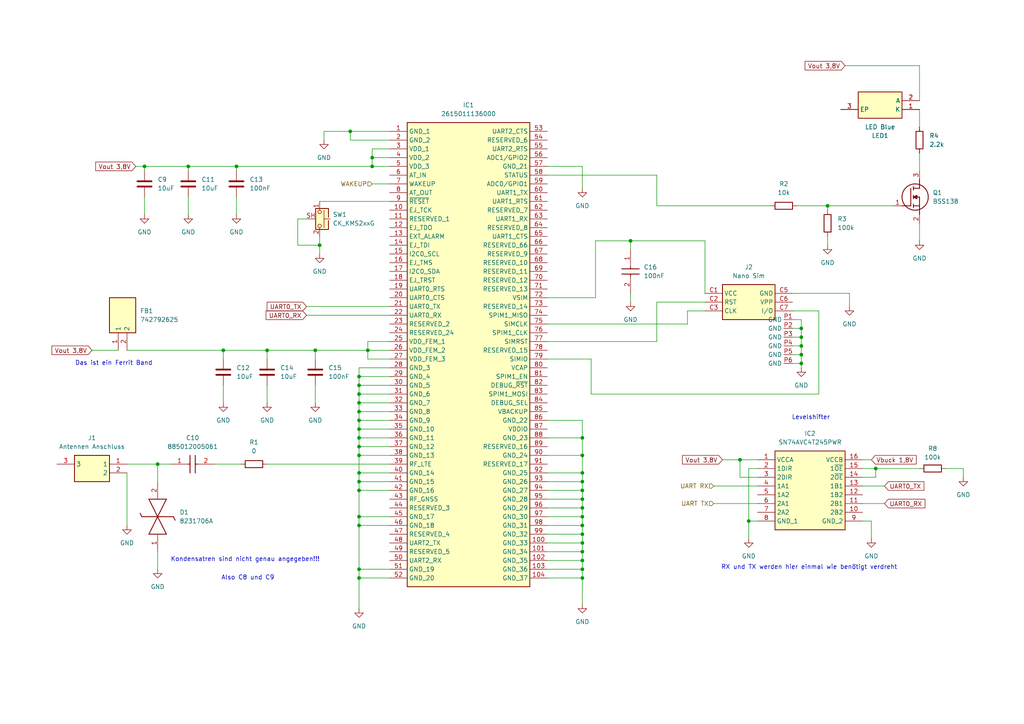
<source format=kicad_sch>
(kicad_sch (version 20231120) (generator "eeschema") (generator_version "8.0")
  (paper "A4")
  (lib_symbols
    (symbol "Bauteile2:742792625"
      (property "Reference" "FB" (at 16.51 7.62 0))
      (property "Value" "742792625" (at 16.51 5.08 0))
      (symbol "742792625_1_1"
        (rectangle (start 5.08 2.54) (end 15.24 -5.08) (stroke (width 0.254)) (fill (type background)))
        (pin passive line (at 0 0 0) (length 5.08) (name "1") (number "1"))
        (pin passive line (at 0 -2.54 0) (length 5.08) (name "2") (number "2"))
      )
    )
    (symbol "Bauteile2:8231706A" (pin_names hide)
      (property "Reference" "D" (at 15.24 8.89 0))
      (property "Value" "8231706A" (at 15.24 6.35 0))
      (symbol "8231706A_1_1"
        (polyline (pts (xy 5.08 2.54) (xy 5.08 -2.54)) (stroke (width 0.254)))
        (polyline (pts (xy 5.08 2.54) (xy 10.16 0)) (stroke (width 0.254)))
        (polyline (pts (xy 10.16 -4.572) (xy 9.144 -5.08)) (stroke (width 0.254)))
        (polyline (pts (xy 10.16 -4.572) (xy 10.16 4.572)) (stroke (width 0.254)))
        (polyline (pts (xy 10.16 0) (xy 5.08 -2.54)) (stroke (width 0.254)))
        (polyline (pts (xy 10.16 0) (xy 15.24 -2.54)) (stroke (width 0.254)))
        (polyline (pts (xy 11.176 5.08) (xy 10.16 4.572)) (stroke (width 0.254)))
        (polyline (pts (xy 15.24 2.54) (xy 10.16 0)) (stroke (width 0.254)))
        (polyline (pts (xy 15.24 2.54) (xy 15.24 -2.54)) (stroke (width 0.254)))
        (pin passive line (at 0 0 0) (length 5.08) (name "K1") (number "1"))
        (pin passive line (at 20.32 0 180) (length 5.08) (name "K2") (number "2"))
      )
    )
    (symbol "Bauteile2:885012005061" (pin_names hide)
      (property "Reference" "C" (at 8.89 6.35 0))
      (property "Value" "885012005061" (at 8.89 3.81 0))
      (symbol "885012005061_1_1"
        (polyline (pts (xy 5.08 0) (xy 5.588 0)) (stroke (width 0.254)))
        (polyline (pts (xy 5.588 2.54) (xy 5.588 -2.54)) (stroke (width 0.254)))
        (polyline (pts (xy 7.112 0) (xy 7.62 0)) (stroke (width 0.254)))
        (polyline (pts (xy 7.112 2.54) (xy 7.112 -2.54)) (stroke (width 0.254)))
        (pin passive line (at 0 0 0) (length 5.08) (name "1") (number "1"))
        (pin passive line (at 12.7 0 180) (length 5.08) (name "2") (number "2"))
      )
    )
    (symbol "Bauteile2:885012205037" (pin_names hide)
      (property "Reference" "C" (at 8.89 6.35 0))
      (property "Value" "885012205037" (at 8.89 3.81 0))
      (symbol "885012205037_1_1"
        (polyline (pts (xy 5.08 0) (xy 5.588 0)) (stroke (width 0.254)))
        (polyline (pts (xy 5.588 2.54) (xy 5.588 -2.54)) (stroke (width 0.254)))
        (polyline (pts (xy 7.112 0) (xy 7.62 0)) (stroke (width 0.254)))
        (polyline (pts (xy 7.112 2.54) (xy 7.112 -2.54)) (stroke (width 0.254)))
        (pin passive line (at 0 0 0) (length 5.08) (name "1") (number "1"))
        (pin passive line (at 12.7 0 180) (length 5.08) (name "2") (number "2"))
      )
    )
    (symbol "Bauteile2:SN74AVC4T245PWR"
      (property "Reference" "IC" (at 26.67 7.62 0))
      (property "Value" "SN74AVC4T245PWR" (at 26.67 5.08 0))
      (symbol "SN74AVC4T245PWR_1_1"
        (rectangle (start 5.08 2.54) (end 25.4 -20.32) (stroke (width 0.254)) (fill (type background)))
        (pin passive line (at 0 0 0) (length 5.08) (name "VCCA") (number "1"))
        (pin passive line (at 30.48 -15.24 180) (length 5.08) (name "2B2") (number "10"))
        (pin passive line (at 30.48 -12.7 180) (length 5.08) (name "2B1") (number "11"))
        (pin passive line (at 30.48 -10.16 180) (length 5.08) (name "1B2") (number "12"))
        (pin passive line (at 30.48 -7.62 180) (length 5.08) (name "1B1") (number "13"))
        (pin passive line (at 30.48 -5.08 180) (length 5.08) (name "2~{OE}") (number "14"))
        (pin passive line (at 30.48 -2.54 180) (length 5.08) (name "1~{OE}") (number "15"))
        (pin passive line (at 30.48 0 180) (length 5.08) (name "VCCB") (number "16"))
        (pin passive line (at 0 -2.54 0) (length 5.08) (name "1DIR") (number "2"))
        (pin passive line (at 0 -5.08 0) (length 5.08) (name "2DIR") (number "3"))
        (pin passive line (at 0 -7.62 0) (length 5.08) (name "1A1") (number "4"))
        (pin passive line (at 0 -10.16 0) (length 5.08) (name "1A2") (number "5"))
        (pin passive line (at 0 -12.7 0) (length 5.08) (name "2A1") (number "6"))
        (pin passive line (at 0 -15.24 0) (length 5.08) (name "2A2") (number "7"))
        (pin passive line (at 0 -17.78 0) (length 5.08) (name "GND_1") (number "8"))
        (pin passive line (at 30.48 -17.78 180) (length 5.08) (name "GND_2") (number "9"))
      )
    )
    (symbol "Bauteile:2615011136000"
      (property "Reference" "IC" (at 41.91 7.62 0))
      (property "Value" "2615011136000" (at 41.91 5.08 0))
      (symbol "2615011136000_1_1"
        (rectangle (start 5.08 2.54) (end 40.64 -132.08) (stroke (width 0.254)) (fill (type background)))
        (pin passive line (at 0 0 0) (length 5.08) (name "GND_1") (number "1"))
        (pin passive line (at 0 -22.86 0) (length 5.08) (name "EJ_TCK") (number "10"))
        (pin passive line (at 45.72 -119.38 180) (length 5.08) (name "GND_33") (number "100"))
        (pin passive line (at 45.72 -121.92 180) (length 5.08) (name "GND_34") (number "101"))
        (pin passive line (at 45.72 -124.46 180) (length 5.08) (name "GND_35") (number "102"))
        (pin passive line (at 45.72 -127 180) (length 5.08) (name "GND_36") (number "103"))
        (pin passive line (at 45.72 -129.54 180) (length 5.08) (name "GND_37") (number "104"))
        (pin passive line (at 0 -25.4 0) (length 5.08) (name "RESERVED_1") (number "11"))
        (pin passive line (at 0 -27.94 0) (length 5.08) (name "EJ_TDO") (number "12"))
        (pin passive line (at 0 -30.48 0) (length 5.08) (name "EXT_ALARM") (number "13"))
        (pin passive line (at 0 -33.02 0) (length 5.08) (name "EJ_TDI") (number "14"))
        (pin passive line (at 0 -35.56 0) (length 5.08) (name "I2C0_SCL") (number "15"))
        (pin passive line (at 0 -38.1 0) (length 5.08) (name "EJ_TMS") (number "16"))
        (pin passive line (at 0 -40.64 0) (length 5.08) (name "I2C0_SDA") (number "17"))
        (pin passive line (at 0 -43.18 0) (length 5.08) (name "EJ_TRST") (number "18"))
        (pin passive line (at 0 -45.72 0) (length 5.08) (name "UART0_RTS") (number "19"))
        (pin passive line (at 0 -2.54 0) (length 5.08) (name "GND_2") (number "2"))
        (pin passive line (at 0 -48.26 0) (length 5.08) (name "UART0_CTS") (number "20"))
        (pin passive line (at 0 -50.8 0) (length 5.08) (name "UART0_TX") (number "21"))
        (pin passive line (at 0 -53.34 0) (length 5.08) (name "UART0_RX") (number "22"))
        (pin passive line (at 0 -55.88 0) (length 5.08) (name "RESERVED_2") (number "23"))
        (pin passive line (at 0 -58.42 0) (length 5.08) (name "RESERVED_24") (number "24"))
        (pin passive line (at 0 -60.96 0) (length 5.08) (name "VDD_FEM_1") (number "25"))
        (pin passive line (at 0 -63.5 0) (length 5.08) (name "VDD_FEM_2") (number "26"))
        (pin passive line (at 0 -66.04 0) (length 5.08) (name "VDD_FEM_3") (number "27"))
        (pin passive line (at 0 -68.58 0) (length 5.08) (name "GND_3") (number "28"))
        (pin passive line (at 0 -71.12 0) (length 5.08) (name "GND_4") (number "29"))
        (pin passive line (at 0 -5.08 0) (length 5.08) (name "VDD_1") (number "3"))
        (pin passive line (at 0 -73.66 0) (length 5.08) (name "GND_5") (number "30"))
        (pin passive line (at 0 -76.2 0) (length 5.08) (name "GND_6") (number "31"))
        (pin passive line (at 0 -78.74 0) (length 5.08) (name "GND_7") (number "32"))
        (pin passive line (at 0 -81.28 0) (length 5.08) (name "GND_8") (number "33"))
        (pin passive line (at 0 -83.82 0) (length 5.08) (name "GND_9") (number "34"))
        (pin passive line (at 0 -86.36 0) (length 5.08) (name "GND_10") (number "35"))
        (pin passive line (at 0 -88.9 0) (length 5.08) (name "GND_11") (number "36"))
        (pin passive line (at 0 -91.44 0) (length 5.08) (name "GND_12") (number "37"))
        (pin passive line (at 0 -93.98 0) (length 5.08) (name "GND_13") (number "38"))
        (pin passive line (at 0 -96.52 0) (length 5.08) (name "RF_LTE") (number "39"))
        (pin passive line (at 0 -7.62 0) (length 5.08) (name "VDD_2") (number "4"))
        (pin passive line (at 0 -99.06 0) (length 5.08) (name "GND_14") (number "40"))
        (pin passive line (at 0 -101.6 0) (length 5.08) (name "GND_15") (number "41"))
        (pin passive line (at 0 -104.14 0) (length 5.08) (name "GND_16") (number "42"))
        (pin passive line (at 0 -106.68 0) (length 5.08) (name "RF_GNSS") (number "43"))
        (pin passive line (at 0 -109.22 0) (length 5.08) (name "RESERVED_3") (number "44"))
        (pin passive line (at 0 -111.76 0) (length 5.08) (name "GND_17") (number "45"))
        (pin passive line (at 0 -114.3 0) (length 5.08) (name "GND_18") (number "46"))
        (pin passive line (at 0 -116.84 0) (length 5.08) (name "RESERVED_4") (number "47"))
        (pin passive line (at 0 -119.38 0) (length 5.08) (name "UART2_TX") (number "48"))
        (pin passive line (at 0 -121.92 0) (length 5.08) (name "RESERVED_5") (number "49"))
        (pin passive line (at 0 -10.16 0) (length 5.08) (name "VDD_3") (number "5"))
        (pin passive line (at 0 -124.46 0) (length 5.08) (name "UART2_RX") (number "50"))
        (pin passive line (at 0 -127 0) (length 5.08) (name "GND_19") (number "51"))
        (pin passive line (at 0 -129.54 0) (length 5.08) (name "GND_20") (number "52"))
        (pin passive line (at 45.72 0 180) (length 5.08) (name "UART2_CTS") (number "53"))
        (pin passive line (at 45.72 -2.54 180) (length 5.08) (name "RESERVED_6") (number "54"))
        (pin passive line (at 45.72 -5.08 180) (length 5.08) (name "UART2_RTS") (number "55"))
        (pin passive line (at 45.72 -7.62 180) (length 5.08) (name "ADC1/GPIO2") (number "56"))
        (pin passive line (at 45.72 -10.16 180) (length 5.08) (name "GND_21") (number "57"))
        (pin passive line (at 45.72 -12.7 180) (length 5.08) (name "STATUS") (number "58"))
        (pin passive line (at 45.72 -15.24 180) (length 5.08) (name "ADC0/GPIO1") (number "59"))
        (pin passive line (at 0 -12.7 0) (length 5.08) (name "AT_IN") (number "6"))
        (pin passive line (at 45.72 -17.78 180) (length 5.08) (name "UART1_TX") (number "60"))
        (pin passive line (at 45.72 -20.32 180) (length 5.08) (name "UART1_RTS") (number "61"))
        (pin passive line (at 45.72 -22.86 180) (length 5.08) (name "RESERVED_7") (number "62"))
        (pin passive line (at 45.72 -25.4 180) (length 5.08) (name "UART1_RX") (number "63"))
        (pin passive line (at 45.72 -27.94 180) (length 5.08) (name "RESERVED_8") (number "64"))
        (pin passive line (at 45.72 -30.48 180) (length 5.08) (name "UART1_CTS") (number "65"))
        (pin passive line (at 45.72 -33.02 180) (length 5.08) (name "RESERVED_66") (number "66"))
        (pin passive line (at 45.72 -35.56 180) (length 5.08) (name "RESERVED_9") (number "67"))
        (pin passive line (at 45.72 -38.1 180) (length 5.08) (name "RESERVED_10") (number "68"))
        (pin passive line (at 45.72 -40.64 180) (length 5.08) (name "RESERVED_11") (number "69"))
        (pin passive line (at 0 -15.24 0) (length 5.08) (name "WAKEUP") (number "7"))
        (pin passive line (at 45.72 -43.18 180) (length 5.08) (name "RESERVED_12") (number "70"))
        (pin passive line (at 45.72 -45.72 180) (length 5.08) (name "RESERVED_13") (number "71"))
        (pin passive line (at 45.72 -48.26 180) (length 5.08) (name "VSIM") (number "72"))
        (pin passive line (at 45.72 -50.8 180) (length 5.08) (name "RESERVED_14") (number "73"))
        (pin passive line (at 45.72 -53.34 180) (length 5.08) (name "SPIM1_MISO") (number "74"))
        (pin passive line (at 45.72 -55.88 180) (length 5.08) (name "SIMCLK") (number "75"))
        (pin passive line (at 45.72 -58.42 180) (length 5.08) (name "SPIM1_CLK") (number "76"))
        (pin passive line (at 45.72 -60.96 180) (length 5.08) (name "SIMRST") (number "77"))
        (pin passive line (at 45.72 -63.5 180) (length 5.08) (name "RESERVED_15") (number "78"))
        (pin passive line (at 45.72 -66.04 180) (length 5.08) (name "SIMIO") (number "79"))
        (pin passive line (at 0 -17.78 0) (length 5.08) (name "AT_OUT") (number "8"))
        (pin passive line (at 45.72 -68.58 180) (length 5.08) (name "VCAP") (number "80"))
        (pin passive line (at 45.72 -71.12 180) (length 5.08) (name "SPIM1_EN") (number "81"))
        (pin passive line (at 45.72 -73.66 180) (length 5.08) (name "DEBUG_~{RST}") (number "82"))
        (pin passive line (at 45.72 -76.2 180) (length 5.08) (name "SPIM1_MOSI") (number "83"))
        (pin passive line (at 45.72 -78.74 180) (length 5.08) (name "DEBUG_SEL") (number "84"))
        (pin passive line (at 45.72 -81.28 180) (length 5.08) (name "VBACKUP") (number "85"))
        (pin passive line (at 45.72 -83.82 180) (length 5.08) (name "GND_22") (number "86"))
        (pin passive line (at 45.72 -86.36 180) (length 5.08) (name "VDDIO") (number "87"))
        (pin passive line (at 45.72 -88.9 180) (length 5.08) (name "GND_23") (number "88"))
        (pin passive line (at 45.72 -91.44 180) (length 5.08) (name "RESERVED_16") (number "89"))
        (pin passive line (at 0 -20.32 0) (length 5.08) (name "~{RESET}") (number "9"))
        (pin passive line (at 45.72 -93.98 180) (length 5.08) (name "GND_24") (number "90"))
        (pin passive line (at 45.72 -96.52 180) (length 5.08) (name "RESERVED_17") (number "91"))
        (pin passive line (at 45.72 -99.06 180) (length 5.08) (name "GND_25") (number "92"))
        (pin passive line (at 45.72 -101.6 180) (length 5.08) (name "GND_26") (number "93"))
        (pin passive line (at 45.72 -104.14 180) (length 5.08) (name "GND_27") (number "94"))
        (pin passive line (at 45.72 -106.68 180) (length 5.08) (name "GND_28") (number "95"))
        (pin passive line (at 45.72 -109.22 180) (length 5.08) (name "GND_29") (number "96"))
        (pin passive line (at 45.72 -111.76 180) (length 5.08) (name "GND_30") (number "97"))
        (pin passive line (at 45.72 -114.3 180) (length 5.08) (name "GND_31") (number "98"))
        (pin passive line (at 45.72 -116.84 180) (length 5.08) (name "GND_32") (number "99"))
      )
    )
    (symbol "Bauteile:Antennen Anschluss"
      (property "Reference" "J" (at 16.51 7.62 0))
      (property "Value" "Antennen Anschluss" (at 16.51 5.08 0))
      (symbol "Antennen Anschluss_1_1"
        (rectangle (start 5.08 2.54) (end 15.24 -5.08) (stroke (width 0.254)) (fill (type background)))
        (pin passive line (at 20.32 0 180) (length 5.08) (name "1") (number "1"))
        (pin passive line (at 20.32 -2.54 180) (length 5.08) (name "2") (number "2"))
        (pin passive line (at 0 0 0) (length 5.08) (name "3") (number "3"))
      )
    )
    (symbol "Bauteile:BSS138" (pin_names hide)
      (property "Reference" "Q" (at 11.43 3.81 0))
      (property "Value" "BSS138" (at 11.43 1.27 0))
      (symbol "BSS138_1_1"
        (polyline (pts (xy 2.54 0) (xy 5.08 0)) (stroke (width 0.254)))
        (polyline (pts (xy 5.08 5.08) (xy 5.08 0)) (stroke (width 0.254)))
        (polyline (pts (xy 5.842 -0.508) (xy 5.842 0.508)) (stroke (width 0.254)))
        (polyline (pts (xy 5.842 0) (xy 7.62 0)) (stroke (width 0.254)))
        (polyline (pts (xy 5.842 2.032) (xy 5.842 3.048)) (stroke (width 0.254)))
        (polyline (pts (xy 5.842 5.588) (xy 5.842 4.572)) (stroke (width 0.254)))
        (polyline (pts (xy 7.62 2.54) (xy 5.842 2.54)) (stroke (width 0.254)))
        (polyline (pts (xy 7.62 2.54) (xy 7.62 -2.54)) (stroke (width 0.254)))
        (polyline (pts (xy 7.62 5.08) (xy 5.842 5.08)) (stroke (width 0.254)))
        (polyline (pts (xy 7.62 5.08) (xy 7.62 7.62)) (stroke (width 0.254)))
        (polyline (pts (xy 5.842 2.54) (xy 6.858 3.048) (xy 6.858 2.032) (xy 5.842 2.54)) (stroke (width 0.254)) (fill (type outline)))
        (circle (center 6.35 2.54) (radius 3.81) (stroke (width 0.254)))
        (pin passive line (at 0 0 0) (length 2.54) (name "G") (number "1"))
        (pin passive line (at 7.62 -5.08 90) (length 2.54) (name "S") (number "2"))
        (pin passive line (at 7.62 10.16 270) (length 2.54) (name "D") (number "3"))
      )
    )
    (symbol "Bauteile:LED Blue"
      (property "Reference" "LED" (at 19.05 7.62 0))
      (property "Value" "LED Blue" (at 19.05 5.08 0))
      (symbol "LED Blue_1_1"
        (rectangle (start 5.08 2.54) (end 17.78 -5.08) (stroke (width 0.254)) (fill (type background)))
        (pin passive line (at 22.86 0 180) (length 5.08) (name "K") (number "1"))
        (pin passive line (at 22.86 -2.54 180) (length 5.08) (name "A") (number "2"))
        (pin passive line (at 0 0 0) (length 5.08) (name "EP") (number "3"))
      )
    )
    (symbol "Bauteile:Nano Sim"
      (property "Reference" "J2" (at 12.7 7.62 0))
      (property "Value" "Nano Sim" (at 12.7 5.08 0))
      (symbol "Nano Sim_1_0"
        (pin passive line (at 25.4 -7.62 180) (length 2.54) (name "GND") (number "P1"))
        (pin passive line (at 25.4 -10.16 180) (length 2.54) (name "GND") (number "P2"))
        (pin passive line (at 25.4 -12.7 180) (length 2.54) (name "GND") (number "P3"))
        (pin passive line (at 25.4 -15.24 180) (length 2.54) (name "GND") (number "P4"))
        (pin passive line (at 25.4 -17.78 180) (length 2.54) (name "GND") (number "P5"))
        (pin passive line (at 25.4 -20.32 180) (length 2.54) (name "GND") (number "P6"))
      )
      (symbol "Nano Sim_1_1"
        (rectangle (start 5.08 2.54) (end 20.32 -7.62) (stroke (width 0.254)) (fill (type background)))
        (pin passive line (at 0 0 0) (length 5.08) (name "VCC") (number "C1"))
        (pin passive line (at 0 -2.54 0) (length 5.08) (name "RST") (number "C2"))
        (pin passive line (at 0 -5.08 0) (length 5.08) (name "CLK") (number "C3"))
        (pin passive line (at 25.4 0 180) (length 5.08) (name "GND") (number "C5"))
        (pin passive line (at 25.4 -2.54 180) (length 5.08) (name "VPP") (number "C6"))
        (pin passive line (at 25.4 -5.08 180) (length 5.08) (name "I/O") (number "C7"))
      )
    )
    (symbol "Device:C" (pin_numbers hide) (pin_names (offset 0.254))
      (property "Reference" "C" (at 0.635 2.54 0))
      (property "Value" "C" (at 0.635 -2.54 0))
      (symbol "C_0_1"
        (polyline (pts (xy -2.032 -0.762) (xy 2.032 -0.762)) (stroke (width 0.508)))
        (polyline (pts (xy -2.032 0.762) (xy 2.032 0.762)) (stroke (width 0.508)))
      )
      (symbol "C_1_1"
        (pin passive line (at 0 3.81 270) (length 2.794) (name "~") (number "1"))
        (pin passive line (at 0 -3.81 90) (length 2.794) (name "~") (number "2"))
      )
    )
    (symbol "Device:R" (pin_numbers hide) (pin_names (offset 0))
      (property "Reference" "R" (at 2.032 0 90))
      (property "Value" "R" (at 0 0 90))
      (symbol "R_0_1"
        (rectangle (start -1.016 -2.54) (end 1.016 2.54) (stroke (width 0.254)))
      )
      (symbol "R_1_1"
        (pin passive line (at 0 3.81 270) (length 1.27) (name "~") (number "1"))
        (pin passive line (at 0 -3.81 90) (length 1.27) (name "~") (number "2"))
      )
    )
    (symbol "GND_1" (power) (pin_numbers hide) (pin_names (offset 0) hide)
      (property "Value" "GND" (at 0 -3.81 0))
      (symbol "GND_1_0_1"
        (polyline (pts (xy 0 0) (xy 0 -1.27) (xy 1.27 -1.27) (xy 0 -2.54) (xy -1.27 -1.27) (xy 0 -1.27)))
      )
      (symbol "GND_1_1_1"
        (pin power_in line (at 0 0 270) (length 0) (name "~") (number "1"))
      )
    )
    (symbol "GND_2" (power) (pin_numbers hide) (pin_names (offset 0) hide)
      (property "Value" "GND" (at 0 -3.81 0))
      (symbol "GND_2_0_1"
        (polyline (pts (xy 0 0) (xy 0 -1.27) (xy 1.27 -1.27) (xy 0 -2.54) (xy -1.27 -1.27) (xy 0 -1.27)))
      )
      (symbol "GND_2_1_1"
        (pin power_in line (at 0 0 270) (length 0) (name "~") (number "1"))
      )
    )
    (symbol "Switch:CK_KMS2xxG" (pin_names (offset 1.016) hide)
      (property "Reference" "SW" (at 4.318 2.032 0))
      (property "Value" "CK_KMS2xxG" (at 0 4.572 0))
      (symbol "CK_KMS2xxG_0_1"
        (circle (center -2.032 0) (radius 0.508))
        (polyline (pts (xy 0 1.27) (xy 0 3.048)))
        (polyline (pts (xy 2.54 1.27) (xy -2.54 1.27)))
        (polyline (pts (xy 0.508 2.54) (xy 3.048 2.54) (xy 3.048 -1.143) (xy -3.048 -1.143) (xy -3.048 2.54) (xy -0.508 2.54)) (stroke (width -0.0254)))
        (polyline (pts (xy 0.508 2.54) (xy 3.048 2.54) (xy 3.048 -1.143) (xy -3.048 -1.143) (xy -3.048 2.54) (xy -0.508 2.54)) (stroke (width 0.254)))
        (circle (center 2.032 0) (radius 0.508))
        (pin passive line (at -5.08 0 0) (length 2.54) (name "1") (number "1"))
        (pin passive line (at 5.08 0 180) (length 2.54) (name "2") (number "2"))
      )
      (symbol "CK_KMS2xxG_1_1"
        (rectangle (start -3.048 2.54) (end 3.048 -1.27) (stroke (width -0.0254)) (fill (type background)))
        (pin passive line (at 0 -3.81 90) (length 2.54) (name "B") (number "SH"))
      )
    )
    (symbol "power:GND" (power) (pin_names (offset 0))
      (property "Value" "GND" (at 0 -3.81 0))
      (symbol "GND_0_1"
        (polyline (pts (xy 0 0) (xy 0 -1.27) (xy 1.27 -1.27) (xy 0 -2.54) (xy -1.27 -1.27) (xy 0 -1.27)))
      )
      (symbol "GND_1_1"
        (pin power_in line (at 0 0 270) (length 0) hide (name "GND") (number "1"))
      )
    )
  )
  (junction (at 168.91 147.32))
  (junction (at 104.14 132.08))
  (junction (at 104.14 119.38))
  (junction (at 168.91 154.94))
  (junction (at 106.68 101.6))
  (junction (at 104.14 116.84))
  (junction (at 168.91 165.1))
  (junction (at 168.91 162.56))
  (junction (at 232.41 100.33))
  (junction (at 168.91 137.16))
  (junction (at 104.14 121.92))
  (junction (at 104.14 109.22))
  (junction (at 91.44 101.6))
  (junction (at 45.72 134.62))
  (junction (at 232.41 105.41))
  (junction (at 104.14 111.76))
  (junction (at 64.77 101.6))
  (junction (at 168.91 157.48))
  (junction (at 232.41 95.25))
  (junction (at 168.91 127))
  (junction (at 104.14 165.1))
  (junction (at 217.17 151.13))
  (junction (at 92.71 71.12))
  (junction (at 68.58 48.26))
  (junction (at 168.91 142.24))
  (junction (at 54.61 48.26))
  (junction (at 104.14 149.86))
  (junction (at 104.14 167.64))
  (junction (at 104.14 139.7))
  (junction (at 168.91 149.86))
  (junction (at 104.14 124.46))
  (junction (at 168.91 139.7))
  (junction (at 168.91 132.08))
  (junction (at 168.91 167.64))
  (junction (at 104.14 127))
  (junction (at 104.14 114.3))
  (junction (at 232.41 102.87))
  (junction (at 168.91 160.02))
  (junction (at 101.6 38.1))
  (junction (at 168.91 144.78))
  (junction (at 107.95 45.72))
  (junction (at 104.14 129.54))
  (junction (at 182.88 69.85))
  (junction (at 168.91 152.4))
  (junction (at 104.14 137.16))
  (junction (at 41.91 48.26))
  (junction (at 104.14 152.4))
  (junction (at 77.47 101.6))
  (junction (at 104.14 142.24))
  (junction (at 254 135.89))
  (junction (at 232.41 97.79))
  (junction (at 214.63 133.35))
  (junction (at 107.95 48.26))
  (junction (at 240.03 59.69))
  (wire (pts (xy 104.14 132.08) (xy 104.14 137.16)))
  (wire (pts (xy 104.14 129.54) (xy 104.14 132.08)))
  (wire (pts (xy 217.17 151.13) (xy 217.17 156.21)))
  (wire (pts (xy 214.63 138.43) (xy 214.63 133.35)))
  (wire (pts (xy 237.49 90.17) (xy 229.87 90.17)))
  (wire (pts (xy 104.14 109.22) (xy 104.14 111.76)))
  (wire (pts (xy 171.45 104.14) (xy 171.45 114.3)))
  (wire (pts (xy 168.91 127) (xy 168.91 132.08)))
  (wire (pts (xy 232.41 92.71) (xy 232.41 95.25)))
  (wire (pts (xy 88.9 88.9) (xy 113.03 88.9)))
  (wire (pts (xy 172.72 69.85) (xy 182.88 69.85)))
  (wire (pts (xy 107.95 48.26) (xy 113.03 48.26)))
  (wire (pts (xy 266.7 64.77) (xy 266.7 69.85)))
  (wire (pts (xy 77.47 101.6) (xy 77.47 104.14)))
  (wire (pts (xy 113.03 129.54) (xy 104.14 129.54)))
  (wire (pts (xy 104.14 124.46) (xy 104.14 127)))
  (wire (pts (xy 77.47 134.62) (xy 113.03 134.62)))
  (wire (pts (xy 64.77 101.6) (xy 64.77 104.14)))
  (wire (pts (xy 158.75 99.06) (xy 190.5 99.06)))
  (wire (pts (xy 217.17 135.89) (xy 217.17 151.13)))
  (wire (pts (xy 113.03 38.1) (xy 101.6 38.1)))
  (wire (pts (xy 250.19 140.97) (xy 256.54 140.97)))
  (wire (pts (xy 199.39 90.17) (xy 204.47 90.17)))
  (wire (pts (xy 254 135.89) (xy 266.7 135.89)))
  (wire (pts (xy 229.87 105.41) (xy 232.41 105.41)))
  (wire (pts (xy 64.77 111.76) (xy 64.77 116.84)))
  (wire (pts (xy 168.91 152.4) (xy 168.91 154.94)))
  (wire (pts (xy 158.75 157.48) (xy 168.91 157.48)))
  (wire (pts (xy 41.91 48.26) (xy 41.91 49.53)))
  (wire (pts (xy 172.72 86.36) (xy 172.72 69.85)))
  (wire (pts (xy 113.03 116.84) (xy 104.14 116.84)))
  (wire (pts (xy 229.87 95.25) (xy 232.41 95.25)))
  (wire (pts (xy 237.49 114.3) (xy 237.49 90.17)))
  (wire (pts (xy 106.68 99.06) (xy 106.68 101.6)))
  (wire (pts (xy 229.87 97.79) (xy 232.41 97.79)))
  (wire (pts (xy 240.03 59.69) (xy 240.03 60.96)))
  (wire (pts (xy 107.95 43.18) (xy 107.95 45.72)))
  (wire (pts (xy 231.14 59.69) (xy 240.03 59.69)))
  (wire (pts (xy 68.58 49.53) (xy 68.58 48.26)))
  (wire (pts (xy 45.72 134.62) (xy 45.72 139.7)))
  (wire (pts (xy 232.41 102.87) (xy 232.41 105.41)))
  (wire (pts (xy 113.03 167.64) (xy 104.14 167.64)))
  (wire (pts (xy 92.71 71.12) (xy 92.71 73.66)))
  (wire (pts (xy 113.03 111.76) (xy 104.14 111.76)))
  (wire (pts (xy 240.03 59.69) (xy 259.08 59.69)))
  (wire (pts (xy 266.7 29.21) (xy 266.7 19.05)))
  (wire (pts (xy 229.87 100.33) (xy 232.41 100.33)))
  (wire (pts (xy 64.77 101.6) (xy 77.47 101.6)))
  (wire (pts (xy 158.75 121.92) (xy 168.91 121.92)))
  (wire (pts (xy 107.95 45.72) (xy 113.03 45.72)))
  (wire (pts (xy 168.91 165.1) (xy 168.91 167.64)))
  (wire (pts (xy 104.14 119.38) (xy 104.14 121.92)))
  (wire (pts (xy 168.91 139.7) (xy 168.91 142.24)))
  (wire (pts (xy 54.61 48.26) (xy 68.58 48.26)))
  (wire (pts (xy 250.19 135.89) (xy 254 135.89)))
  (wire (pts (xy 214.63 133.35) (xy 219.71 133.35)))
  (wire (pts (xy 250.19 138.43) (xy 254 138.43)))
  (wire (pts (xy 104.14 127) (xy 104.14 129.54)))
  (wire (pts (xy 168.91 121.92) (xy 168.91 127)))
  (wire (pts (xy 168.91 149.86) (xy 168.91 152.4)))
  (wire (pts (xy 91.44 101.6) (xy 106.68 101.6)))
  (wire (pts (xy 77.47 101.6) (xy 91.44 101.6)))
  (wire (pts (xy 158.75 142.24) (xy 168.91 142.24)))
  (wire (pts (xy 113.03 43.18) (xy 107.95 43.18)))
  (wire (pts (xy 68.58 48.26) (xy 107.95 48.26)))
  (wire (pts (xy 168.91 160.02) (xy 168.91 162.56)))
  (wire (pts (xy 92.71 68.58) (xy 92.71 71.12)))
  (wire (pts (xy 182.88 69.85) (xy 182.88 72.39)))
  (wire (pts (xy 54.61 48.26) (xy 54.61 49.53)))
  (wire (pts (xy 168.91 132.08) (xy 168.91 137.16)))
  (wire (pts (xy 113.03 40.64) (xy 101.6 40.64)))
  (wire (pts (xy 39.37 48.26) (xy 41.91 48.26)))
  (wire (pts (xy 158.75 48.26) (xy 168.91 48.26)))
  (wire (pts (xy 86.36 63.5) (xy 86.36 71.12)))
  (wire (pts (xy 104.14 114.3) (xy 104.14 116.84)))
  (wire (pts (xy 104.14 116.84) (xy 104.14 119.38)))
  (wire (pts (xy 41.91 57.15) (xy 41.91 62.23)))
  (wire (pts (xy 113.03 119.38) (xy 104.14 119.38)))
  (wire (pts (xy 113.03 104.14) (xy 106.68 104.14)))
  (wire (pts (xy 54.61 57.15) (xy 54.61 62.23)))
  (wire (pts (xy 168.91 175.26) (xy 168.91 167.64)))
  (wire (pts (xy 104.14 137.16) (xy 104.14 139.7)))
  (wire (pts (xy 158.75 132.08) (xy 168.91 132.08)))
  (wire (pts (xy 158.75 165.1) (xy 168.91 165.1)))
  (wire (pts (xy 86.36 71.12) (xy 92.71 71.12)))
  (wire (pts (xy 168.91 142.24) (xy 168.91 144.78)))
  (wire (pts (xy 77.47 111.76) (xy 77.47 116.84)))
  (wire (pts (xy 91.44 101.6) (xy 91.44 104.14)))
  (wire (pts (xy 104.14 139.7) (xy 104.14 142.24)))
  (wire (pts (xy 182.88 85.09) (xy 182.88 87.63)))
  (wire (pts (xy 92.71 58.42) (xy 113.03 58.42)))
  (wire (pts (xy 250.19 146.05) (xy 256.54 146.05)))
  (wire (pts (xy 229.87 85.09) (xy 246.38 85.09)))
  (wire (pts (xy 168.91 48.26) (xy 168.91 54.61)))
  (wire (pts (xy 113.03 139.7) (xy 104.14 139.7)))
  (wire (pts (xy 158.75 152.4) (xy 168.91 152.4)))
  (wire (pts (xy 113.03 142.24) (xy 104.14 142.24)))
  (wire (pts (xy 168.91 157.48) (xy 168.91 160.02)))
  (wire (pts (xy 229.87 92.71) (xy 232.41 92.71)))
  (wire (pts (xy 207.01 140.97) (xy 219.71 140.97)))
  (wire (pts (xy 113.03 121.92) (xy 104.14 121.92)))
  (wire (pts (xy 250.19 133.35) (xy 252.73 133.35)))
  (wire (pts (xy 41.91 48.26) (xy 54.61 48.26)))
  (wire (pts (xy 229.87 102.87) (xy 232.41 102.87)))
  (wire (pts (xy 158.75 127) (xy 168.91 127)))
  (wire (pts (xy 158.75 86.36) (xy 172.72 86.36)))
  (wire (pts (xy 158.75 162.56) (xy 168.91 162.56)))
  (wire (pts (xy 252.73 151.13) (xy 252.73 156.21)))
  (wire (pts (xy 36.83 137.16) (xy 36.83 152.4)))
  (wire (pts (xy 113.03 99.06) (xy 106.68 99.06)))
  (wire (pts (xy 62.23 134.62) (xy 69.85 134.62)))
  (wire (pts (xy 250.19 151.13) (xy 252.73 151.13)))
  (wire (pts (xy 209.55 133.35) (xy 214.63 133.35)))
  (wire (pts (xy 190.5 59.69) (xy 223.52 59.69)))
  (wire (pts (xy 106.68 104.14) (xy 106.68 101.6)))
  (wire (pts (xy 113.03 127) (xy 104.14 127)))
  (wire (pts (xy 104.14 165.1) (xy 104.14 167.64)))
  (wire (pts (xy 104.14 106.68) (xy 104.14 109.22)))
  (wire (pts (xy 190.5 99.06) (xy 190.5 87.63)))
  (wire (pts (xy 190.5 59.69) (xy 190.5 50.8)))
  (wire (pts (xy 36.83 101.6) (xy 64.77 101.6)))
  (wire (pts (xy 26.67 101.6) (xy 34.29 101.6)))
  (wire (pts (xy 232.41 95.25) (xy 232.41 97.79)))
  (wire (pts (xy 207.01 146.05) (xy 219.71 146.05)))
  (wire (pts (xy 219.71 135.89) (xy 217.17 135.89)))
  (wire (pts (xy 45.72 134.62) (xy 49.53 134.62)))
  (wire (pts (xy 168.91 162.56) (xy 168.91 165.1)))
  (wire (pts (xy 158.75 147.32) (xy 168.91 147.32)))
  (wire (pts (xy 88.9 91.44) (xy 113.03 91.44)))
  (wire (pts (xy 113.03 124.46) (xy 104.14 124.46)))
  (wire (pts (xy 104.14 152.4) (xy 104.14 165.1)))
  (wire (pts (xy 232.41 100.33) (xy 232.41 102.87)))
  (wire (pts (xy 45.72 160.02) (xy 45.72 165.1)))
  (wire (pts (xy 158.75 93.98) (xy 199.39 93.98)))
  (wire (pts (xy 240.03 68.58) (xy 240.03 71.12)))
  (wire (pts (xy 104.14 142.24) (xy 104.14 149.86)))
  (wire (pts (xy 168.91 144.78) (xy 168.91 147.32)))
  (wire (pts (xy 279.4 135.89) (xy 279.4 138.43)))
  (wire (pts (xy 107.95 45.72) (xy 107.95 48.26)))
  (wire (pts (xy 266.7 31.75) (xy 266.7 36.83)))
  (wire (pts (xy 104.14 167.64) (xy 104.14 176.53)))
  (wire (pts (xy 113.03 114.3) (xy 104.14 114.3)))
  (wire (pts (xy 182.88 69.85) (xy 204.47 69.85)))
  (wire (pts (xy 204.47 69.85) (xy 204.47 85.09)))
  (wire (pts (xy 158.75 160.02) (xy 168.91 160.02)))
  (wire (pts (xy 245.11 19.05) (xy 266.7 19.05)))
  (wire (pts (xy 168.91 137.16) (xy 168.91 139.7)))
  (wire (pts (xy 158.75 139.7) (xy 168.91 139.7)))
  (wire (pts (xy 93.98 38.1) (xy 93.98 40.64)))
  (wire (pts (xy 113.03 106.68) (xy 104.14 106.68)))
  (wire (pts (xy 106.68 101.6) (xy 113.03 101.6)))
  (wire (pts (xy 254 138.43) (xy 254 135.89)))
  (wire (pts (xy 168.91 147.32) (xy 168.91 149.86)))
  (wire (pts (xy 171.45 104.14) (xy 158.75 104.14)))
  (wire (pts (xy 113.03 132.08) (xy 104.14 132.08)))
  (wire (pts (xy 168.91 167.64) (xy 158.75 167.64)))
  (wire (pts (xy 113.03 165.1) (xy 104.14 165.1)))
  (wire (pts (xy 232.41 105.41) (xy 232.41 106.68)))
  (wire (pts (xy 158.75 149.86) (xy 168.91 149.86)))
  (wire (pts (xy 107.95 53.34) (xy 113.03 53.34)))
  (wire (pts (xy 104.14 149.86) (xy 104.14 152.4)))
  (wire (pts (xy 219.71 138.43) (xy 214.63 138.43)))
  (wire (pts (xy 158.75 154.94) (xy 168.91 154.94)))
  (wire (pts (xy 232.41 97.79) (xy 232.41 100.33)))
  (wire (pts (xy 88.9 63.5) (xy 86.36 63.5)))
  (wire (pts (xy 266.7 44.45) (xy 266.7 49.53)))
  (wire (pts (xy 113.03 152.4) (xy 104.14 152.4)))
  (wire (pts (xy 104.14 121.92) (xy 104.14 124.46)))
  (wire (pts (xy 171.45 114.3) (xy 237.49 114.3)))
  (wire (pts (xy 113.03 137.16) (xy 104.14 137.16)))
  (wire (pts (xy 101.6 38.1) (xy 101.6 40.64)))
  (wire (pts (xy 190.5 50.8) (xy 158.75 50.8)))
  (wire (pts (xy 104.14 111.76) (xy 104.14 114.3)))
  (wire (pts (xy 93.98 38.1) (xy 101.6 38.1)))
  (wire (pts (xy 91.44 111.76) (xy 91.44 116.84)))
  (wire (pts (xy 113.03 149.86) (xy 104.14 149.86)))
  (wire (pts (xy 274.32 135.89) (xy 279.4 135.89)))
  (wire (pts (xy 158.75 144.78) (xy 168.91 144.78)))
  (wire (pts (xy 190.5 87.63) (xy 204.47 87.63)))
  (wire (pts (xy 36.83 134.62) (xy 45.72 134.62)))
  (wire (pts (xy 68.58 57.15) (xy 68.58 62.23)))
  (wire (pts (xy 219.71 151.13) (xy 217.17 151.13)))
  (wire (pts (xy 199.39 93.98) (xy 199.39 90.17)))
  (wire (pts (xy 168.91 154.94) (xy 168.91 157.48)))
  (wire (pts (xy 246.38 85.09) (xy 246.38 88.9)))
  (wire (pts (xy 113.03 109.22) (xy 104.14 109.22)))
  (wire (pts (xy 158.75 137.16) (xy 168.91 137.16)))
  (text "Also C8 und C9" (at 71.882 167.64 0) (effects (font (size 1.27 1.27))))
  (text "Das ist ein Ferrit Band" (at 33.02 105.41 0) (effects (font (size 1.27 1.27))))
  (text "Kondensatren sind nicht genau angegeben!!!" (at 71.12 162.306 0) (effects (font (size 1.27 1.27))))
  (text "RX und TX werden hier einmal wie benötigt verdreht" (at 234.696 164.592 0) (effects (font (size 1.27 1.27))))
  (text "Levelshifter" (at 235.204 121.158 0) (effects (font (size 1.27 1.27))))
  (global_label "Vout 3,8V" (shape input) (at 209.55 133.35 180) (property "Intersheetrefs" "${INTERSHEET_REFS}" (effects (hide yes))))
  (global_label "Vout 3,8V" (shape input) (at 39.37 48.26 180) (property "Intersheetrefs" "${INTERSHEET_REFS}" (effects (hide yes))))
  (global_label "UART0_RX" (shape input) (at 256.54 146.05 0) (property "Intersheetrefs" "${INTERSHEET_REFS}" (effects (hide yes))))
  (global_label "UART0_TX" (shape input) (at 88.9 88.9 180) (property "Intersheetrefs" "${INTERSHEET_REFS}" (effects (hide yes))))
  (global_label "UART0_RX" (shape input) (at 88.9 91.44 180) (property "Intersheetrefs" "${INTERSHEET_REFS}" (effects (hide yes))))
  (global_label "UART0_TX" (shape input) (at 256.54 140.97 0) (property "Intersheetrefs" "${INTERSHEET_REFS}" (effects (hide yes))))
  (global_label "Vbuck 1,8V" (shape input) (at 252.73 133.35 0) (property "Intersheetrefs" "${INTERSHEET_REFS}" (effects (hide yes))))
  (global_label "Vout 3,8V" (shape input) (at 26.67 101.6 180) (property "Intersheetrefs" "${INTERSHEET_REFS}" (effects (hide yes))))
  (global_label "Vout 3,8V" (shape input) (at 245.11 19.05 180) (property "Intersheetrefs" "${INTERSHEET_REFS}" (effects (hide yes))))
  (hierarchical_label "UART TX" (shape input) (at 207.01 146.05 180))
  (hierarchical_label "UART RX" (shape input) (at 207.01 140.97 180))
  (hierarchical_label "WAKEUP" (shape input) (at 107.95 53.34 180))
  (symbol (lib_name "GND_2") (lib_id "power:GND") (at 232.41 106.68 0) (unit 1)
    (property "Reference" "#PWR024" (effects (hide yes)))
    (property "Value" "GND" (at 232.41 111.76 0))
    (property "Description" "Power symbol creates a global label with name \"GND\" , ground" (effects (hide yes)))
  )
  (symbol (lib_id "Bauteile2:885012005061") (at 49.53 134.62 0) (unit 1)
    (property "Reference" "C10" (at 55.88 127 0))
    (property "Value" "885012005061" (at 55.88 129.54 0))
    (property "Footprint" "CAPC1005X55N" (effects (hide yes)))
    (property "Datasheet" "https://katalog.we-online.com/pbs/datasheet/885012005061.pdf" (effects (hide yes)))
    (property "Description" "Multilayer Ceramic Chip Capacitor WCAP-CSGP Series 0402 100pF NP00402101J050DFCT10000" (effects (hide yes)))
    (property "Height" "0.55" (effects (hide yes)))
    (property "Manufacturer_Name" "Wurth Elektronik" (effects (hide yes)))
    (property "Manufacturer_Part_Number" "885012005061" (effects (hide yes)))
  )
  (symbol (lib_id "Bauteile2:SN74AVC4T245PWR") (at 219.71 133.35 0) (unit 1)
    (property "Reference" "IC2" (at 234.95 125.73 0))
    (property "Value" "SN74AVC4T245PWR" (at 234.95 128.27 0))
    (property "Footprint" "SOP65P640X120-16N" (effects (hide yes)))
    (property "Datasheet" "http://www.ti.com/lit/gpn/sn74avc4t245" (effects (hide yes)))
    (property "Description" "4-Bit Dual-Supply Bus Transceiver with Configurable Voltage-Level Shifting and 3-State Outputs" (effects (hide yes)))
    (property "Height" "1.2" (effects (hide yes)))
    (property "Mouser Part Number" "595-SN74AVC4T245PWR" (effects (hide yes)))
    (property "Mouser Price/Stock" "https://www.mouser.co.uk/ProductDetail/Texas-Instruments/SN74AVC4T245PWR?qs=eXyjQBh9UFjikDDZFUGXXQ%3D%3D" (effects (hide yes)))
    (property "Manufacturer_Name" "Texas Instruments" (effects (hide yes)))
    (property "Manufacturer_Part_Number" "SN74AVC4T245PWR" (effects (hide yes)))
  )
  (symbol (lib_id "Device:R") (at 270.51 135.89 90) (unit 1)
    (property "Reference" "R8" (at 270.51 130.1002 90))
    (property "Value" "100k" (at 270.51 132.6402 90))
    (property "Footprint" "Resistor_SMD:R_0805_2012Metric" (effects (hide yes)))
  )
  (symbol (lib_id "Bauteile:Nano Sim") (at 204.47 85.09 0) (unit 1)
    (property "Reference" "J2" (at 217.17 77.47 0))
    (property "Value" "Nano Sim" (at 217.17 80.01 0))
    (property "Footprint" "Bauteile:Nano Sim" (effects (hide yes)))
    (property "Datasheet" "http://katalog.we-online.de/em/datasheet/693043020611.pdf" (effects (hide yes)))
    (property "Manufacturer_Name" "Wurth Elektronik" (effects (hide yes)))
    (property "Manufacturer_Part_Number" "693043020611" (effects (hide yes)))
  )
  (symbol (lib_id "Device:C") (at 64.77 107.95 0) (unit 1)
    (property "Reference" "C12" (at 68.58 106.68 0) (effects (justify left)))
    (property "Value" "10uF" (at 68.58 109.22 0) (effects (justify left)))
    (property "Footprint" "Capacitor_SMD:C_0805_2012Metric" (effects (hide yes)))
  )
  (symbol (lib_id "power:GND") (at 92.71 73.66 0) (unit 1)
    (property "Reference" "#PWR017" (effects (hide yes)))
    (property "Value" "GND" (at 92.71 78.74 0))
    (property "Description" "Power symbol creates a global label with name \"GND\" , ground" (effects (hide yes)))
  )
  (symbol (lib_id "power:GND") (at 41.91 62.23 0) (unit 1)
    (property "Reference" "#PWR010" (effects (hide yes)))
    (property "Value" "GND" (at 41.91 67.31 0))
  )
  (symbol (lib_id "Bauteile:LED Blue") (at 243.84 31.75 0) (mirror x) (unit 1)
    (property "Reference" "LED1" (at 255.27 39.37 0))
    (property "Value" "LED Blue" (at 255.27 36.83 0))
    (property "Footprint" "Bauteile:LED Blue" (effects (hide yes)))
    (property "Datasheet" "https://www.we-online.com/katalog/datasheet/155124BS73200.pdf" (effects (hide yes)))
    (property "Height" "10.2" (effects (hide yes)))
    (property "Manufacturer_Name" "Wurth Elektronik" (effects (hide yes)))
    (property "Manufacturer_Part_Number" "155124BS73200" (effects (hide yes)))
  )
  (symbol (lib_name "GND_1") (lib_id "power:GND") (at 279.4 138.43 0) (unit 1)
    (property "Reference" "#PWR047" (effects (hide yes)))
    (property "Value" "GND" (at 279.4 143.51 0))
    (property "Description" "Power symbol creates a global label with name \"GND\" , ground" (effects (hide yes)))
  )
  (symbol (lib_id "Switch:CK_KMS2xxG") (at 92.71 63.5 270) (unit 1)
    (property "Reference" "SW1" (at 96.52 62.2299 90) (effects (justify left)))
    (property "Value" "CK_KMS2xxG" (at 96.52 64.7699 90) (effects (justify left)))
    (property "Footprint" "Button_Switch_SMD:SW_SPST_CK_KMS2xxGP" (effects (hide yes)))
    (property "Datasheet" "https://www.ckswitches.com/media/1482/kms.pdf" (effects (hide yes)))
    (property "Description" "Microminiature SMT Side Actuated, 4.2 x 2.8 x 1.42mm, without pegs, with shield pin" (effects (hide yes)))
  )
  (symbol (lib_id "Bauteile:Antennen Anschluss") (at 16.51 134.62 0) (unit 1)
    (property "Reference" "J1" (at 26.67 127 0))
    (property "Value" "Antennen Anschluss" (at 26.67 129.54 0))
    (property "Footprint" "Bauteile:Antennen Anschluss" (effects (hide yes)))
    (property "Datasheet" "https://www.we-online.com/components/products/datasheet/636101111001.pdf" (effects (hide yes)))
    (property "Height" "1.4" (effects (hide yes)))
    (property "Manufacturer_Name" "Wurth Elektronik" (effects (hide yes)))
    (property "Manufacturer_Part_Number" "636101111001" (effects (hide yes)))
  )
  (symbol (lib_id "Bauteile:2615011136000") (at 113.03 38.1 0) (unit 1)
    (property "Reference" "IC1" (at 135.89 30.48 0))
    (property "Value" "2615011136000" (at 135.89 33.02 0))
    (property "Footprint" "2615011136000" (effects (hide yes)))
    (property "Datasheet" "https://www.we-online.com/components/products/manual/2615011136000_Manual-um-adrastea-i-2615011136000-v1-0_rev1.3.pdf" (effects (hide yes)))
    (property "Height" "1.95" (effects (hide yes)))
    (property "Manufacturer_Name" "Wurth Elektronik" (effects (hide yes)))
    (property "Manufacturer_Part_Number" "2615011136000" (effects (hide yes)))
  )
  (symbol (lib_id "power:GND") (at 246.38 88.9 0) (unit 1)
    (property "Reference" "#PWR044" (effects (hide yes)))
    (property "Value" "GND" (at 246.38 93.98 0))
  )
  (symbol (lib_id "power:GND") (at 266.7 69.85 0) (unit 1)
    (property "Reference" "#PWR046" (effects (hide yes)))
    (property "Value" "GND" (at 266.7 74.93 0))
  )
  (symbol (lib_id "Bauteile2:885012205037") (at 182.88 72.39 90) (mirror x) (unit 1)
    (property "Reference" "C16" (at 186.69 77.4699 90) (effects (justify right)))
    (property "Value" "100nF" (at 186.69 80.0099 90) (effects (justify right)))
    (property "Footprint" "Capacitor_SMD:C_0805_2012Metric" (effects (hide yes)))
  )
  (symbol (lib_id "Device:R") (at 240.03 64.77 0) (unit 1)
    (property "Reference" "R3" (at 242.9043 63.5 0) (effects (justify left)))
    (property "Value" "100k" (at 242.9043 66.04 0) (effects (justify left)))
    (property "Footprint" "Resistor_SMD:R_0805_2012Metric" (effects (hide yes)))
  )
  (symbol (lib_id "power:GND") (at 68.58 62.23 0) (unit 1)
    (property "Reference" "#PWR014" (effects (hide yes)))
    (property "Value" "GND" (at 68.58 67.31 0))
  )
  (symbol (lib_id "Bauteile2:8231706A") (at 45.72 160.02 90) (unit 1)
    (property "Reference" "D1" (at 52.07 148.5899 90) (effects (justify right)))
    (property "Value" "8231706A" (at 52.07 151.1299 90) (effects (justify right)))
    (property "Footprint" "DIONC1005X60N" (effects (hide yes)))
    (property "Datasheet" "https://www.mouser.in/datasheet/2/445/8231706A-1670310.pdf" (effects (hide yes)))
    (property "Description" "WURTH ELEKTRONIK - 8231706A - ESD Protection Device, 40 V, 0402, 6 V, WE-VE Series" (effects (hide yes)))
    (property "Height" "0.6" (effects (hide yes)))
    (property "Manufacturer_Name" "Wurth Elektronik" (effects (hide yes)))
    (property "Manufacturer_Part_Number" "8231706A" (effects (hide yes)))
  )
  (symbol (lib_id "Device:C") (at 77.47 107.95 0) (unit 1)
    (property "Reference" "C14" (at 81.28 106.68 0) (effects (justify left)))
    (property "Value" "10uF" (at 81.28 109.22 0) (effects (justify left)))
    (property "Footprint" "Capacitor_SMD:C_0805_2012Metric" (effects (hide yes)))
  )
  (symbol (lib_id "Device:R") (at 227.33 59.69 270) (unit 1)
    (property "Reference" "R2" (at 227.33 53.34 90))
    (property "Value" "10k" (at 227.33 55.88 90))
    (property "Footprint" "Resistor_SMD:R_0805_2012Metric" (effects (hide yes)))
  )
  (symbol (lib_id "Device:R") (at 266.7 40.64 0) (unit 1)
    (property "Reference" "R4" (at 269.5743 39.37 0) (effects (justify left)))
    (property "Value" "2.2k" (at 269.5743 41.91 0) (effects (justify left)))
    (property "Footprint" "Resistor_SMD:R_0805_2012Metric" (effects (hide yes)))
  )
  (symbol (lib_id "Device:C") (at 68.58 53.34 0) (unit 1)
    (property "Reference" "C13" (at 72.39 52.07 0) (effects (justify left)))
    (property "Value" "100nF" (at 72.39 54.61 0) (effects (justify left)))
    (property "Footprint" "Capacitor_SMD:C_0805_2012Metric" (effects (hide yes)))
  )
  (symbol (lib_id "power:GND") (at 182.88 87.63 0) (unit 1)
    (property "Reference" "#PWR022" (effects (hide yes)))
    (property "Value" "GND" (at 182.88 92.71 0))
  )
  (symbol (lib_id "power:GND") (at 64.77 116.84 0) (unit 1)
    (property "Reference" "#PWR013" (effects (hide yes)))
    (property "Value" "GND" (at 64.77 121.92 0))
  )
  (symbol (lib_id "Bauteile2:742792625") (at 34.29 101.6 90) (unit 1)
    (property "Reference" "FB1" (at 40.64 90.1699 90) (effects (justify right)))
    (property "Value" "742792625" (at 40.64 92.7099 90) (effects (justify right)))
    (property "Footprint" "BEADC1608X100N" (effects (hide yes)))
    (property "Datasheet" "https://katalog.we-online.de/pbs/datasheet/742792625.pdf" (effects (hide yes)))
    (property "Description" "WURTH ELEKTRONIK - 742792625 - Ferrite Bead, 0603 [1608 Metric], 120 ohm, 2 A, WE-CBF Series, 0.05 ohm, +/- 25%" (effects (hide yes)))
    (property "Height" "1" (effects (hide yes)))
    (property "Manufacturer_Name" "Wurth Elektronik" (effects (hide yes)))
    (property "Manufacturer_Part_Number" "742792625" (effects (hide yes)))
  )
  (symbol (lib_id "power:GND") (at 45.72 165.1 0) (unit 1)
    (property "Reference" "#PWR011" (effects (hide yes)))
    (property "Value" "GND" (at 45.72 170.18 0))
  )
  (symbol (lib_id "power:GND") (at 54.61 62.23 0) (unit 1)
    (property "Reference" "#PWR012" (effects (hide yes)))
    (property "Value" "GND" (at 54.61 67.31 0))
  )
  (symbol (lib_id "Device:C") (at 54.61 53.34 0) (unit 1)
    (property "Reference" "C11" (at 58.42 52.07 0) (effects (justify left)))
    (property "Value" "10uF" (at 58.42 54.61 0) (effects (justify left)))
    (property "Footprint" "Capacitor_SMD:C_0805_2012Metric" (effects (hide yes)))
  )
  (symbol (lib_id "Device:C") (at 41.91 53.34 0) (unit 1)
    (property "Reference" "C9" (at 45.72 52.07 0) (effects (justify left)))
    (property "Value" "10uF" (at 45.72 54.61 0) (effects (justify left)))
    (property "Footprint" "Capacitor_SMD:C_0805_2012Metric" (effects (hide yes)))
  )
  (symbol (lib_id "power:GND") (at 168.91 54.61 0) (unit 1)
    (property "Reference" "#PWR020" (effects (hide yes)))
    (property "Value" "GND" (at 168.91 59.69 0))
  )
  (symbol (lib_id "Device:R") (at 73.66 134.62 90) (unit 1)
    (property "Reference" "R1" (at 73.66 128.27 90))
    (property "Value" "0" (at 73.66 130.81 90))
    (property "Footprint" "Resistor_SMD:R_0805_2012Metric" (effects (hide yes)))
  )
  (symbol (lib_id "power:GND") (at 168.91 175.26 0) (unit 1)
    (property "Reference" "#PWR021" (effects (hide yes)))
    (property "Value" "GND" (at 168.91 180.34 0))
  )
  (symbol (lib_id "power:GND") (at 104.14 176.53 0) (unit 1)
    (property "Reference" "#PWR019" (effects (hide yes)))
    (property "Value" "GND" (at 104.14 181.61 0))
  )
  (symbol (lib_id "Bauteile:BSS138") (at 259.08 59.69 0) (unit 1)
    (property "Reference" "Q1" (at 270.51 55.88 0) (effects (justify left)))
    (property "Value" "BSS138" (at 270.51 58.42 0) (effects (justify left)))
    (property "Footprint" "Bauteile:Mosfed BSS138" (effects (hide yes)))
    (property "Datasheet" "https://www.onsemi.com/pub/Collateral/BSS138-D.PDF" (effects (hide yes)))
    (property "Height" "1.2" (effects (hide yes)))
    (property "Manufacturer_Name" "onsemi" (effects (hide yes)))
    (property "Manufacturer_Part_Number" "BSS138" (effects (hide yes)))
    (property "Arrow Part Number" "BSS138" (effects (hide yes)))
    (property "Arrow Price/Stock" "https://www.arrow.com/en/products/bss138/on-semiconductor?utm_currency=USD&region=europe" (effects (hide yes)))
  )
  (symbol (lib_id "Device:C") (at 91.44 107.95 0) (unit 1)
    (property "Reference" "C15" (at 95.25 106.68 0) (effects (justify left)))
    (property "Value" "100nF" (at 95.25 109.22 0) (effects (justify left)))
    (property "Footprint" "Capacitor_SMD:C_0805_2012Metric" (effects (hide yes)))
  )
  (symbol (lib_id "power:GND") (at 91.44 116.84 0) (unit 1)
    (property "Reference" "#PWR016" (effects (hide yes)))
    (property "Value" "GND" (at 91.44 121.92 0))
  )
  (symbol (lib_id "power:GND") (at 240.03 71.12 0) (unit 1)
    (property "Reference" "#PWR025" (effects (hide yes)))
    (property "Value" "GND" (at 240.03 76.2 0))
  )
  (symbol (lib_id "power:GND") (at 36.83 152.4 0) (unit 1)
    (property "Reference" "#PWR09" (effects (hide yes)))
    (property "Value" "GND" (at 36.83 157.48 0))
  )
  (symbol (lib_id "power:GND") (at 77.47 116.84 0) (unit 1)
    (property "Reference" "#PWR015" (effects (hide yes)))
    (property "Value" "GND" (at 77.47 121.92 0))
  )
  (symbol (lib_name "GND_1") (lib_id "power:GND") (at 217.17 156.21 0) (unit 1)
    (property "Reference" "#PWR023" (effects (hide yes)))
    (property "Value" "GND" (at 217.17 161.29 0))
    (property "Description" "Power symbol creates a global label with name \"GND\" , ground" (effects (hide yes)))
  )
  (symbol (lib_name "GND_1") (lib_id "power:GND") (at 252.73 156.21 0) (unit 1)
    (property "Reference" "#PWR045" (effects (hide yes)))
    (property "Value" "GND" (at 252.73 161.29 0))
    (property "Description" "Power symbol creates a global label with name \"GND\" , ground" (effects (hide yes)))
  )
  (symbol (lib_id "power:GND") (at 93.98 40.64 0) (unit 1)
    (property "Reference" "#PWR018" (effects (hide yes)))
    (property "Value" "GND" (at 93.98 45.72 0))
  )
)
</source>
